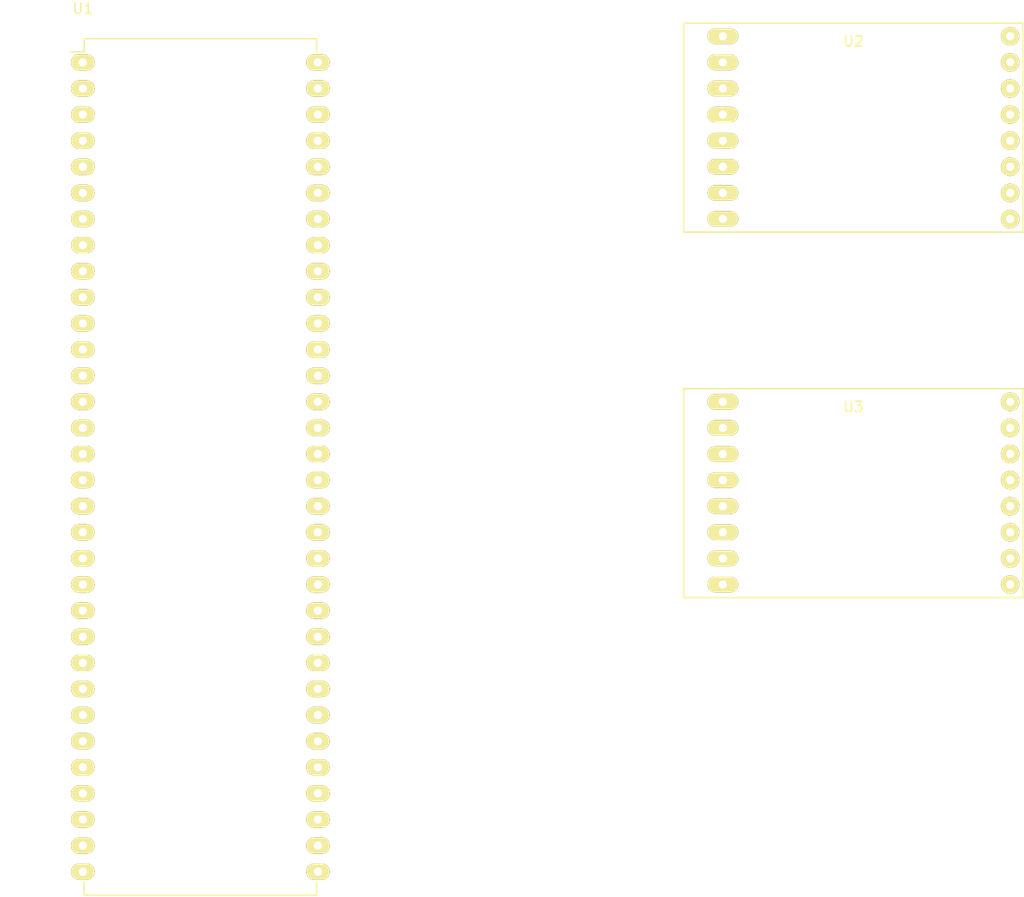
<source format=kicad_pcb>
(kicad_pcb (version 4) (host pcbnew 4.0.2+e4-6225~38~ubuntu15.10.1-stable)

  (general
    (links 0)
    (no_connects 0)
    (area 0 0 0 0)
    (thickness 1.6)
    (drawings 0)
    (tracks 0)
    (zones 0)
    (modules 3)
    (nets 97)
  )

  (page A4)
  (layers
    (0 F.Cu signal)
    (31 B.Cu signal)
    (32 B.Adhes user)
    (33 F.Adhes user)
    (34 B.Paste user)
    (35 F.Paste user)
    (36 B.SilkS user)
    (37 F.SilkS user)
    (38 B.Mask user)
    (39 F.Mask user)
    (40 Dwgs.User user)
    (41 Cmts.User user)
    (42 Eco1.User user)
    (43 Eco2.User user)
    (44 Edge.Cuts user)
    (45 Margin user)
    (46 B.CrtYd user)
    (47 F.CrtYd user)
    (48 B.Fab user)
    (49 F.Fab user)
  )

  (setup
    (last_trace_width 0.25)
    (trace_clearance 0.2)
    (zone_clearance 0.508)
    (zone_45_only no)
    (trace_min 0.2)
    (segment_width 0.2)
    (edge_width 0.15)
    (via_size 0.6)
    (via_drill 0.4)
    (via_min_size 0.4)
    (via_min_drill 0.3)
    (uvia_size 0.3)
    (uvia_drill 0.1)
    (uvias_allowed no)
    (uvia_min_size 0.2)
    (uvia_min_drill 0.1)
    (pcb_text_width 0.3)
    (pcb_text_size 1.5 1.5)
    (mod_edge_width 0.15)
    (mod_text_size 1 1)
    (mod_text_width 0.15)
    (pad_size 1.524 1.524)
    (pad_drill 0.762)
    (pad_to_mask_clearance 0.2)
    (aux_axis_origin 0 0)
    (visible_elements FFFFFF7F)
    (pcbplotparams
      (layerselection 0x00030_80000001)
      (usegerberextensions false)
      (excludeedgelayer true)
      (linewidth 0.100000)
      (plotframeref false)
      (viasonmask false)
      (mode 1)
      (useauxorigin false)
      (hpglpennumber 1)
      (hpglpenspeed 20)
      (hpglpendiameter 15)
      (hpglpenoverlay 2)
      (psnegative false)
      (psa4output false)
      (plotreference true)
      (plotvalue true)
      (plotinvisibletext false)
      (padsonsilk false)
      (subtractmaskfromsilk false)
      (outputformat 1)
      (mirror false)
      (drillshape 1)
      (scaleselection 1)
      (outputdirectory ""))
  )

  (net 0 "")
  (net 1 "Net-(U1-Pad1)")
  (net 2 "Net-(U1-Pad2)")
  (net 3 "Net-(U1-Pad3)")
  (net 4 "Net-(U1-Pad4)")
  (net 5 "Net-(U1-Pad5)")
  (net 6 "Net-(U1-Pad6)")
  (net 7 "Net-(U1-Pad7)")
  (net 8 "Net-(U1-Pad8)")
  (net 9 "Net-(U1-Pad9)")
  (net 10 "Net-(U1-Pad10)")
  (net 11 "Net-(U1-Pad11)")
  (net 12 "Net-(U1-Pad12)")
  (net 13 "Net-(U1-Pad13)")
  (net 14 "Net-(U1-Pad14)")
  (net 15 "Net-(U1-Pad15)")
  (net 16 "Net-(U1-Pad16)")
  (net 17 "Net-(U1-Pad17)")
  (net 18 "Net-(U1-Pad18)")
  (net 19 "Net-(U1-Pad19)")
  (net 20 "Net-(U1-Pad20)")
  (net 21 "Net-(U1-Pad21)")
  (net 22 "Net-(U1-Pad22)")
  (net 23 "Net-(U1-Pad23)")
  (net 24 "Net-(U1-Pad24)")
  (net 25 "Net-(U1-Pad25)")
  (net 26 "Net-(U1-Pad26)")
  (net 27 "Net-(U1-Pad27)")
  (net 28 "Net-(U1-Pad28)")
  (net 29 "Net-(U1-Pad29)")
  (net 30 "Net-(U1-Pad30)")
  (net 31 "Net-(U1-Pad31)")
  (net 32 "Net-(U1-Pad32)")
  (net 33 "Net-(U1-Pad33)")
  (net 34 "Net-(U1-Pad34)")
  (net 35 "Net-(U1-Pad35)")
  (net 36 "Net-(U1-Pad36)")
  (net 37 "Net-(U1-Pad37)")
  (net 38 "Net-(U1-Pad38)")
  (net 39 "Net-(U1-Pad39)")
  (net 40 "Net-(U1-Pad40)")
  (net 41 "Net-(U1-Pad41)")
  (net 42 "Net-(U1-Pad42)")
  (net 43 "Net-(U1-Pad43)")
  (net 44 "Net-(U1-Pad44)")
  (net 45 "Net-(U1-Pad45)")
  (net 46 "Net-(U1-Pad46)")
  (net 47 "Net-(U1-Pad47)")
  (net 48 "Net-(U1-Pad48)")
  (net 49 "Net-(U1-Pad49)")
  (net 50 "Net-(U1-Pad50)")
  (net 51 "Net-(U1-Pad51)")
  (net 52 "Net-(U1-Pad52)")
  (net 53 "Net-(U1-Pad53)")
  (net 54 "Net-(U1-Pad54)")
  (net 55 "Net-(U1-Pad55)")
  (net 56 "Net-(U1-Pad56)")
  (net 57 "Net-(U1-Pad57)")
  (net 58 "Net-(U1-Pad58)")
  (net 59 "Net-(U1-Pad59)")
  (net 60 "Net-(U1-Pad60)")
  (net 61 "Net-(U1-Pad61)")
  (net 62 "Net-(U1-Pad62)")
  (net 63 "Net-(U1-Pad63)")
  (net 64 "Net-(U1-Pad64)")
  (net 65 "Net-(U2-Pad1)")
  (net 66 "Net-(U2-Pad2)")
  (net 67 "Net-(U2-Pad3)")
  (net 68 "Net-(U2-Pad4)")
  (net 69 "Net-(U2-Pad5)")
  (net 70 "Net-(U2-Pad6)")
  (net 71 "Net-(U2-Pad7)")
  (net 72 "Net-(U2-Pad8)")
  (net 73 "Net-(U2-Pad9)")
  (net 74 "Net-(U2-Pad10)")
  (net 75 "Net-(U2-Pad12)")
  (net 76 "Net-(U2-Pad13)")
  (net 77 "Net-(U2-Pad14)")
  (net 78 "Net-(U2-Pad15)")
  (net 79 "Net-(U2-Pad16)")
  (net 80 "Net-(U3-Pad1)")
  (net 81 "Net-(U3-Pad2)")
  (net 82 "Net-(U3-Pad3)")
  (net 83 "Net-(U3-Pad4)")
  (net 84 "Net-(U3-Pad5)")
  (net 85 "Net-(U3-Pad6)")
  (net 86 "Net-(U3-Pad7)")
  (net 87 "Net-(U3-Pad8)")
  (net 88 "Net-(U3-Pad9)")
  (net 89 "Net-(U3-Pad10)")
  (net 90 "Net-(U3-Pad11)")
  (net 91 "Net-(U3-Pad12)")
  (net 92 "Net-(U3-Pad13)")
  (net 93 "Net-(U3-Pad14)")
  (net 94 "Net-(U3-Pad15)")
  (net 95 "Net-(U3-Pad16)")
  (net 96 "Net-(U2-Pad11)")

  (net_class Default "This is the default net class."
    (clearance 0.2)
    (trace_width 0.25)
    (via_dia 0.6)
    (via_drill 0.4)
    (uvia_dia 0.3)
    (uvia_drill 0.1)
    (add_net "Net-(U1-Pad1)")
    (add_net "Net-(U1-Pad10)")
    (add_net "Net-(U1-Pad11)")
    (add_net "Net-(U1-Pad12)")
    (add_net "Net-(U1-Pad13)")
    (add_net "Net-(U1-Pad14)")
    (add_net "Net-(U1-Pad15)")
    (add_net "Net-(U1-Pad16)")
    (add_net "Net-(U1-Pad17)")
    (add_net "Net-(U1-Pad18)")
    (add_net "Net-(U1-Pad19)")
    (add_net "Net-(U1-Pad2)")
    (add_net "Net-(U1-Pad20)")
    (add_net "Net-(U1-Pad21)")
    (add_net "Net-(U1-Pad22)")
    (add_net "Net-(U1-Pad23)")
    (add_net "Net-(U1-Pad24)")
    (add_net "Net-(U1-Pad25)")
    (add_net "Net-(U1-Pad26)")
    (add_net "Net-(U1-Pad27)")
    (add_net "Net-(U1-Pad28)")
    (add_net "Net-(U1-Pad29)")
    (add_net "Net-(U1-Pad3)")
    (add_net "Net-(U1-Pad30)")
    (add_net "Net-(U1-Pad31)")
    (add_net "Net-(U1-Pad32)")
    (add_net "Net-(U1-Pad33)")
    (add_net "Net-(U1-Pad34)")
    (add_net "Net-(U1-Pad35)")
    (add_net "Net-(U1-Pad36)")
    (add_net "Net-(U1-Pad37)")
    (add_net "Net-(U1-Pad38)")
    (add_net "Net-(U1-Pad39)")
    (add_net "Net-(U1-Pad4)")
    (add_net "Net-(U1-Pad40)")
    (add_net "Net-(U1-Pad41)")
    (add_net "Net-(U1-Pad42)")
    (add_net "Net-(U1-Pad43)")
    (add_net "Net-(U1-Pad44)")
    (add_net "Net-(U1-Pad45)")
    (add_net "Net-(U1-Pad46)")
    (add_net "Net-(U1-Pad47)")
    (add_net "Net-(U1-Pad48)")
    (add_net "Net-(U1-Pad49)")
    (add_net "Net-(U1-Pad5)")
    (add_net "Net-(U1-Pad50)")
    (add_net "Net-(U1-Pad51)")
    (add_net "Net-(U1-Pad52)")
    (add_net "Net-(U1-Pad53)")
    (add_net "Net-(U1-Pad54)")
    (add_net "Net-(U1-Pad55)")
    (add_net "Net-(U1-Pad56)")
    (add_net "Net-(U1-Pad57)")
    (add_net "Net-(U1-Pad58)")
    (add_net "Net-(U1-Pad59)")
    (add_net "Net-(U1-Pad6)")
    (add_net "Net-(U1-Pad60)")
    (add_net "Net-(U1-Pad61)")
    (add_net "Net-(U1-Pad62)")
    (add_net "Net-(U1-Pad63)")
    (add_net "Net-(U1-Pad64)")
    (add_net "Net-(U1-Pad7)")
    (add_net "Net-(U1-Pad8)")
    (add_net "Net-(U1-Pad9)")
    (add_net "Net-(U2-Pad1)")
    (add_net "Net-(U2-Pad10)")
    (add_net "Net-(U2-Pad11)")
    (add_net "Net-(U2-Pad12)")
    (add_net "Net-(U2-Pad13)")
    (add_net "Net-(U2-Pad14)")
    (add_net "Net-(U2-Pad15)")
    (add_net "Net-(U2-Pad16)")
    (add_net "Net-(U2-Pad2)")
    (add_net "Net-(U2-Pad3)")
    (add_net "Net-(U2-Pad4)")
    (add_net "Net-(U2-Pad5)")
    (add_net "Net-(U2-Pad6)")
    (add_net "Net-(U2-Pad7)")
    (add_net "Net-(U2-Pad8)")
    (add_net "Net-(U2-Pad9)")
    (add_net "Net-(U3-Pad1)")
    (add_net "Net-(U3-Pad10)")
    (add_net "Net-(U3-Pad11)")
    (add_net "Net-(U3-Pad12)")
    (add_net "Net-(U3-Pad13)")
    (add_net "Net-(U3-Pad14)")
    (add_net "Net-(U3-Pad15)")
    (add_net "Net-(U3-Pad16)")
    (add_net "Net-(U3-Pad2)")
    (add_net "Net-(U3-Pad3)")
    (add_net "Net-(U3-Pad4)")
    (add_net "Net-(U3-Pad5)")
    (add_net "Net-(U3-Pad6)")
    (add_net "Net-(U3-Pad7)")
    (add_net "Net-(U3-Pad8)")
    (add_net "Net-(U3-Pad9)")
  )

  (module Housings_DIP:DIP-64_W22.86mm_LongPads (layer F.Cu) (tedit 54130A77) (tstamp 5796FEB1)
    (at 74.93 60.96)
    (descr "64-lead dip package, row spacing 22.86 mm (900 mils), longer pads")
    (tags "dil dip 2.54 900")
    (path /5797049D)
    (fp_text reference U1 (at 0 -5.22) (layer F.SilkS)
      (effects (font (size 1 1) (thickness 0.15)))
    )
    (fp_text value socket_leon_x3_dil64 (at 0 -3.72) (layer F.Fab)
      (effects (font (size 1 1) (thickness 0.15)))
    )
    (fp_line (start -1.4 -2.45) (end -1.4 81.2) (layer F.CrtYd) (width 0.05))
    (fp_line (start 24.25 -2.45) (end 24.25 81.2) (layer F.CrtYd) (width 0.05))
    (fp_line (start -1.4 -2.45) (end 24.25 -2.45) (layer F.CrtYd) (width 0.05))
    (fp_line (start -1.4 81.2) (end 24.25 81.2) (layer F.CrtYd) (width 0.05))
    (fp_line (start 0.135 -2.295) (end 0.135 -1.025) (layer F.SilkS) (width 0.15))
    (fp_line (start 22.725 -2.295) (end 22.725 -1.025) (layer F.SilkS) (width 0.15))
    (fp_line (start 22.725 81.035) (end 22.725 79.765) (layer F.SilkS) (width 0.15))
    (fp_line (start 0.135 81.035) (end 0.135 79.765) (layer F.SilkS) (width 0.15))
    (fp_line (start 0.135 -2.295) (end 22.725 -2.295) (layer F.SilkS) (width 0.15))
    (fp_line (start 0.135 81.035) (end 22.725 81.035) (layer F.SilkS) (width 0.15))
    (fp_line (start 0.135 -1.025) (end -1.15 -1.025) (layer F.SilkS) (width 0.15))
    (pad 1 thru_hole oval (at 0 0) (size 2.3 1.6) (drill 0.8) (layers *.Cu *.Mask F.SilkS)
      (net 1 "Net-(U1-Pad1)"))
    (pad 2 thru_hole oval (at 0 2.54) (size 2.3 1.6) (drill 0.8) (layers *.Cu *.Mask F.SilkS)
      (net 2 "Net-(U1-Pad2)"))
    (pad 3 thru_hole oval (at 0 5.08) (size 2.3 1.6) (drill 0.8) (layers *.Cu *.Mask F.SilkS)
      (net 3 "Net-(U1-Pad3)"))
    (pad 4 thru_hole oval (at 0 7.62) (size 2.3 1.6) (drill 0.8) (layers *.Cu *.Mask F.SilkS)
      (net 4 "Net-(U1-Pad4)"))
    (pad 5 thru_hole oval (at 0 10.16) (size 2.3 1.6) (drill 0.8) (layers *.Cu *.Mask F.SilkS)
      (net 5 "Net-(U1-Pad5)"))
    (pad 6 thru_hole oval (at 0 12.7) (size 2.3 1.6) (drill 0.8) (layers *.Cu *.Mask F.SilkS)
      (net 6 "Net-(U1-Pad6)"))
    (pad 7 thru_hole oval (at 0 15.24) (size 2.3 1.6) (drill 0.8) (layers *.Cu *.Mask F.SilkS)
      (net 7 "Net-(U1-Pad7)"))
    (pad 8 thru_hole oval (at 0 17.78) (size 2.3 1.6) (drill 0.8) (layers *.Cu *.Mask F.SilkS)
      (net 8 "Net-(U1-Pad8)"))
    (pad 9 thru_hole oval (at 0 20.32) (size 2.3 1.6) (drill 0.8) (layers *.Cu *.Mask F.SilkS)
      (net 9 "Net-(U1-Pad9)"))
    (pad 10 thru_hole oval (at 0 22.86) (size 2.3 1.6) (drill 0.8) (layers *.Cu *.Mask F.SilkS)
      (net 10 "Net-(U1-Pad10)"))
    (pad 11 thru_hole oval (at 0 25.4) (size 2.3 1.6) (drill 0.8) (layers *.Cu *.Mask F.SilkS)
      (net 11 "Net-(U1-Pad11)"))
    (pad 12 thru_hole oval (at 0 27.94) (size 2.3 1.6) (drill 0.8) (layers *.Cu *.Mask F.SilkS)
      (net 12 "Net-(U1-Pad12)"))
    (pad 13 thru_hole oval (at 0 30.48) (size 2.3 1.6) (drill 0.8) (layers *.Cu *.Mask F.SilkS)
      (net 13 "Net-(U1-Pad13)"))
    (pad 14 thru_hole oval (at 0 33.02) (size 2.3 1.6) (drill 0.8) (layers *.Cu *.Mask F.SilkS)
      (net 14 "Net-(U1-Pad14)"))
    (pad 15 thru_hole oval (at 0 35.56) (size 2.3 1.6) (drill 0.8) (layers *.Cu *.Mask F.SilkS)
      (net 15 "Net-(U1-Pad15)"))
    (pad 16 thru_hole oval (at 0 38.1) (size 2.3 1.6) (drill 0.8) (layers *.Cu *.Mask F.SilkS)
      (net 16 "Net-(U1-Pad16)"))
    (pad 17 thru_hole oval (at 0 40.64) (size 2.3 1.6) (drill 0.8) (layers *.Cu *.Mask F.SilkS)
      (net 17 "Net-(U1-Pad17)"))
    (pad 18 thru_hole oval (at 0 43.18) (size 2.3 1.6) (drill 0.8) (layers *.Cu *.Mask F.SilkS)
      (net 18 "Net-(U1-Pad18)"))
    (pad 19 thru_hole oval (at 0 45.72) (size 2.3 1.6) (drill 0.8) (layers *.Cu *.Mask F.SilkS)
      (net 19 "Net-(U1-Pad19)"))
    (pad 20 thru_hole oval (at 0 48.26) (size 2.3 1.6) (drill 0.8) (layers *.Cu *.Mask F.SilkS)
      (net 20 "Net-(U1-Pad20)"))
    (pad 21 thru_hole oval (at 0 50.8) (size 2.3 1.6) (drill 0.8) (layers *.Cu *.Mask F.SilkS)
      (net 21 "Net-(U1-Pad21)"))
    (pad 22 thru_hole oval (at 0 53.34) (size 2.3 1.6) (drill 0.8) (layers *.Cu *.Mask F.SilkS)
      (net 22 "Net-(U1-Pad22)"))
    (pad 23 thru_hole oval (at 0 55.88) (size 2.3 1.6) (drill 0.8) (layers *.Cu *.Mask F.SilkS)
      (net 23 "Net-(U1-Pad23)"))
    (pad 24 thru_hole oval (at 0 58.42) (size 2.3 1.6) (drill 0.8) (layers *.Cu *.Mask F.SilkS)
      (net 24 "Net-(U1-Pad24)"))
    (pad 25 thru_hole oval (at 0 60.96) (size 2.3 1.6) (drill 0.8) (layers *.Cu *.Mask F.SilkS)
      (net 25 "Net-(U1-Pad25)"))
    (pad 26 thru_hole oval (at 0 63.5) (size 2.3 1.6) (drill 0.8) (layers *.Cu *.Mask F.SilkS)
      (net 26 "Net-(U1-Pad26)"))
    (pad 27 thru_hole oval (at 0 66.04) (size 2.3 1.6) (drill 0.8) (layers *.Cu *.Mask F.SilkS)
      (net 27 "Net-(U1-Pad27)"))
    (pad 28 thru_hole oval (at 0 68.58) (size 2.3 1.6) (drill 0.8) (layers *.Cu *.Mask F.SilkS)
      (net 28 "Net-(U1-Pad28)"))
    (pad 29 thru_hole oval (at 0 71.12) (size 2.3 1.6) (drill 0.8) (layers *.Cu *.Mask F.SilkS)
      (net 29 "Net-(U1-Pad29)"))
    (pad 30 thru_hole oval (at 0 73.66) (size 2.3 1.6) (drill 0.8) (layers *.Cu *.Mask F.SilkS)
      (net 30 "Net-(U1-Pad30)"))
    (pad 31 thru_hole oval (at 0 76.2) (size 2.3 1.6) (drill 0.8) (layers *.Cu *.Mask F.SilkS)
      (net 31 "Net-(U1-Pad31)"))
    (pad 32 thru_hole oval (at 0 78.74) (size 2.3 1.6) (drill 0.8) (layers *.Cu *.Mask F.SilkS)
      (net 32 "Net-(U1-Pad32)"))
    (pad 33 thru_hole oval (at 22.86 78.74) (size 2.3 1.6) (drill 0.8) (layers *.Cu *.Mask F.SilkS)
      (net 33 "Net-(U1-Pad33)"))
    (pad 34 thru_hole oval (at 22.86 76.2) (size 2.3 1.6) (drill 0.8) (layers *.Cu *.Mask F.SilkS)
      (net 34 "Net-(U1-Pad34)"))
    (pad 35 thru_hole oval (at 22.86 73.66) (size 2.3 1.6) (drill 0.8) (layers *.Cu *.Mask F.SilkS)
      (net 35 "Net-(U1-Pad35)"))
    (pad 36 thru_hole oval (at 22.86 71.12) (size 2.3 1.6) (drill 0.8) (layers *.Cu *.Mask F.SilkS)
      (net 36 "Net-(U1-Pad36)"))
    (pad 37 thru_hole oval (at 22.86 68.58) (size 2.3 1.6) (drill 0.8) (layers *.Cu *.Mask F.SilkS)
      (net 37 "Net-(U1-Pad37)"))
    (pad 38 thru_hole oval (at 22.86 66.04) (size 2.3 1.6) (drill 0.8) (layers *.Cu *.Mask F.SilkS)
      (net 38 "Net-(U1-Pad38)"))
    (pad 39 thru_hole oval (at 22.86 63.5) (size 2.3 1.6) (drill 0.8) (layers *.Cu *.Mask F.SilkS)
      (net 39 "Net-(U1-Pad39)"))
    (pad 40 thru_hole oval (at 22.86 60.96) (size 2.3 1.6) (drill 0.8) (layers *.Cu *.Mask F.SilkS)
      (net 40 "Net-(U1-Pad40)"))
    (pad 41 thru_hole oval (at 22.86 58.42) (size 2.3 1.6) (drill 0.8) (layers *.Cu *.Mask F.SilkS)
      (net 41 "Net-(U1-Pad41)"))
    (pad 42 thru_hole oval (at 22.86 55.88) (size 2.3 1.6) (drill 0.8) (layers *.Cu *.Mask F.SilkS)
      (net 42 "Net-(U1-Pad42)"))
    (pad 43 thru_hole oval (at 22.86 53.34) (size 2.3 1.6) (drill 0.8) (layers *.Cu *.Mask F.SilkS)
      (net 43 "Net-(U1-Pad43)"))
    (pad 44 thru_hole oval (at 22.86 50.8) (size 2.3 1.6) (drill 0.8) (layers *.Cu *.Mask F.SilkS)
      (net 44 "Net-(U1-Pad44)"))
    (pad 45 thru_hole oval (at 22.86 48.26) (size 2.3 1.6) (drill 0.8) (layers *.Cu *.Mask F.SilkS)
      (net 45 "Net-(U1-Pad45)"))
    (pad 46 thru_hole oval (at 22.86 45.72) (size 2.3 1.6) (drill 0.8) (layers *.Cu *.Mask F.SilkS)
      (net 46 "Net-(U1-Pad46)"))
    (pad 47 thru_hole oval (at 22.86 43.18) (size 2.3 1.6) (drill 0.8) (layers *.Cu *.Mask F.SilkS)
      (net 47 "Net-(U1-Pad47)"))
    (pad 48 thru_hole oval (at 22.86 40.64) (size 2.3 1.6) (drill 0.8) (layers *.Cu *.Mask F.SilkS)
      (net 48 "Net-(U1-Pad48)"))
    (pad 49 thru_hole oval (at 22.86 38.1) (size 2.3 1.6) (drill 0.8) (layers *.Cu *.Mask F.SilkS)
      (net 49 "Net-(U1-Pad49)"))
    (pad 50 thru_hole oval (at 22.86 35.56) (size 2.3 1.6) (drill 0.8) (layers *.Cu *.Mask F.SilkS)
      (net 50 "Net-(U1-Pad50)"))
    (pad 51 thru_hole oval (at 22.86 33.02) (size 2.3 1.6) (drill 0.8) (layers *.Cu *.Mask F.SilkS)
      (net 51 "Net-(U1-Pad51)"))
    (pad 52 thru_hole oval (at 22.86 30.48) (size 2.3 1.6) (drill 0.8) (layers *.Cu *.Mask F.SilkS)
      (net 52 "Net-(U1-Pad52)"))
    (pad 53 thru_hole oval (at 22.86 27.94) (size 2.3 1.6) (drill 0.8) (layers *.Cu *.Mask F.SilkS)
      (net 53 "Net-(U1-Pad53)"))
    (pad 54 thru_hole oval (at 22.86 25.4) (size 2.3 1.6) (drill 0.8) (layers *.Cu *.Mask F.SilkS)
      (net 54 "Net-(U1-Pad54)"))
    (pad 55 thru_hole oval (at 22.86 22.86) (size 2.3 1.6) (drill 0.8) (layers *.Cu *.Mask F.SilkS)
      (net 55 "Net-(U1-Pad55)"))
    (pad 56 thru_hole oval (at 22.86 20.32) (size 2.3 1.6) (drill 0.8) (layers *.Cu *.Mask F.SilkS)
      (net 56 "Net-(U1-Pad56)"))
    (pad 57 thru_hole oval (at 22.86 17.78) (size 2.3 1.6) (drill 0.8) (layers *.Cu *.Mask F.SilkS)
      (net 57 "Net-(U1-Pad57)"))
    (pad 58 thru_hole oval (at 22.86 15.24) (size 2.3 1.6) (drill 0.8) (layers *.Cu *.Mask F.SilkS)
      (net 58 "Net-(U1-Pad58)"))
    (pad 59 thru_hole oval (at 22.86 12.7) (size 2.3 1.6) (drill 0.8) (layers *.Cu *.Mask F.SilkS)
      (net 59 "Net-(U1-Pad59)"))
    (pad 60 thru_hole oval (at 22.86 10.16) (size 2.3 1.6) (drill 0.8) (layers *.Cu *.Mask F.SilkS)
      (net 60 "Net-(U1-Pad60)"))
    (pad 61 thru_hole oval (at 22.86 7.62) (size 2.3 1.6) (drill 0.8) (layers *.Cu *.Mask F.SilkS)
      (net 61 "Net-(U1-Pad61)"))
    (pad 62 thru_hole oval (at 22.86 5.08) (size 2.3 1.6) (drill 0.8) (layers *.Cu *.Mask F.SilkS)
      (net 62 "Net-(U1-Pad62)"))
    (pad 63 thru_hole oval (at 22.86 2.54) (size 2.3 1.6) (drill 0.8) (layers *.Cu *.Mask F.SilkS)
      (net 63 "Net-(U1-Pad63)"))
    (pad 64 thru_hole oval (at 22.86 0) (size 2.3 1.6) (drill 0.8) (layers *.Cu *.Mask F.SilkS)
      (net 64 "Net-(U1-Pad64)"))
    (model Housings_DIP.3dshapes/DIP-64_W22.86mm_LongPads.wrl
      (at (xyz 0 0 0))
      (scale (xyz 1 1 1))
      (rotate (xyz 0 0 0))
    )
  )

  (module bot_parts:pololu_24v12_dip (layer F.Cu) (tedit 579CA5B5) (tstamp 579CA704)
    (at 149.86 67.31)
    (path /579CA531)
    (fp_text reference U2 (at 0 -8.39) (layer F.SilkS)
      (effects (font (size 1 1) (thickness 0.15)))
    )
    (fp_text value socket_pololu_24v12 (at 0 8.39) (layer F.Fab)
      (effects (font (size 1 1) (thickness 0.15)))
    )
    (fp_line (start -16.51 -10.16) (end 16.51 -10.16) (layer F.SilkS) (width 0.15))
    (fp_line (start 16.51 -10.16) (end 16.51 10.16) (layer F.SilkS) (width 0.15))
    (fp_line (start 16.51 10.16) (end -16.51 10.16) (layer F.SilkS) (width 0.15))
    (fp_line (start -16.51 10.16) (end -16.51 -10.16) (layer F.SilkS) (width 0.15))
    (pad 1 thru_hole oval (at -12.7 -8.89) (size 3 1.524) (drill 0.8) (layers *.Cu *.Mask F.SilkS)
      (net 65 "Net-(U2-Pad1)"))
    (pad 2 thru_hole oval (at -12.7 -6.35) (size 3 1.524) (drill 0.8) (layers *.Cu *.Mask F.SilkS)
      (net 66 "Net-(U2-Pad2)"))
    (pad 3 thru_hole oval (at -12.7 -3.81) (size 3 1.524) (drill 0.8) (layers *.Cu *.Mask F.SilkS)
      (net 67 "Net-(U2-Pad3)"))
    (pad 4 thru_hole oval (at -12.7 -1.27) (size 3 1.524) (drill 0.8) (layers *.Cu *.Mask F.SilkS)
      (net 68 "Net-(U2-Pad4)"))
    (pad 5 thru_hole oval (at -12.7 1.27) (size 3 1.524) (drill 0.8) (layers *.Cu *.Mask F.SilkS)
      (net 69 "Net-(U2-Pad5)"))
    (pad 6 thru_hole oval (at -12.7 3.81) (size 3 1.524) (drill 0.8) (layers *.Cu *.Mask F.SilkS)
      (net 70 "Net-(U2-Pad6)"))
    (pad 7 thru_hole oval (at -12.7 6.35) (size 3 1.524) (drill 0.8) (layers *.Cu *.Mask F.SilkS)
      (net 71 "Net-(U2-Pad7)"))
    (pad 8 thru_hole oval (at -12.7 8.89) (size 3 1.524) (drill 0.8) (layers *.Cu *.Mask F.SilkS)
      (net 72 "Net-(U2-Pad8)"))
    (pad 9 thru_hole circle (at 15.24 8.89) (size 1.8 1.8) (drill 0.8) (layers *.Cu *.Mask F.SilkS)
      (net 73 "Net-(U2-Pad9)"))
    (pad 10 thru_hole circle (at 15.24 6.35) (size 1.8 1.8) (drill 0.8) (layers *.Cu *.Mask F.SilkS)
      (net 74 "Net-(U2-Pad10)"))
    (pad 11 thru_hole circle (at 15.24 3.81) (size 1.8 1.8) (drill 0.8) (layers *.Cu *.Mask F.SilkS)
      (net 96 "Net-(U2-Pad11)"))
    (pad 12 thru_hole circle (at 15.24 1.27) (size 1.8 1.8) (drill 0.8) (layers *.Cu *.Mask F.SilkS)
      (net 75 "Net-(U2-Pad12)"))
    (pad 13 thru_hole circle (at 15.24 -1.27) (size 1.8 1.8) (drill 0.8) (layers *.Cu *.Mask F.SilkS)
      (net 76 "Net-(U2-Pad13)"))
    (pad 14 thru_hole circle (at 15.24 -3.81) (size 1.8 1.8) (drill 0.8) (layers *.Cu *.Mask F.SilkS)
      (net 77 "Net-(U2-Pad14)"))
    (pad 15 thru_hole circle (at 15.24 -6.35) (size 1.8 1.8) (drill 0.8) (layers *.Cu *.Mask F.SilkS)
      (net 78 "Net-(U2-Pad15)"))
    (pad 16 thru_hole circle (at 15.24 -8.89) (size 1.8 1.8) (drill 0.8) (layers *.Cu *.Mask F.SilkS)
      (net 79 "Net-(U2-Pad16)"))
  )

  (module bot_parts:pololu_24v12_dip (layer F.Cu) (tedit 579CA5B5) (tstamp 579CA71C)
    (at 149.86 102.87)
    (path /579CA5E2)
    (fp_text reference U3 (at 0 -8.39) (layer F.SilkS)
      (effects (font (size 1 1) (thickness 0.15)))
    )
    (fp_text value socket_pololu_24v12 (at 0 8.39) (layer F.Fab)
      (effects (font (size 1 1) (thickness 0.15)))
    )
    (fp_line (start -16.51 -10.16) (end 16.51 -10.16) (layer F.SilkS) (width 0.15))
    (fp_line (start 16.51 -10.16) (end 16.51 10.16) (layer F.SilkS) (width 0.15))
    (fp_line (start 16.51 10.16) (end -16.51 10.16) (layer F.SilkS) (width 0.15))
    (fp_line (start -16.51 10.16) (end -16.51 -10.16) (layer F.SilkS) (width 0.15))
    (pad 1 thru_hole oval (at -12.7 -8.89) (size 3 1.524) (drill 0.8) (layers *.Cu *.Mask F.SilkS)
      (net 80 "Net-(U3-Pad1)"))
    (pad 2 thru_hole oval (at -12.7 -6.35) (size 3 1.524) (drill 0.8) (layers *.Cu *.Mask F.SilkS)
      (net 81 "Net-(U3-Pad2)"))
    (pad 3 thru_hole oval (at -12.7 -3.81) (size 3 1.524) (drill 0.8) (layers *.Cu *.Mask F.SilkS)
      (net 82 "Net-(U3-Pad3)"))
    (pad 4 thru_hole oval (at -12.7 -1.27) (size 3 1.524) (drill 0.8) (layers *.Cu *.Mask F.SilkS)
      (net 83 "Net-(U3-Pad4)"))
    (pad 5 thru_hole oval (at -12.7 1.27) (size 3 1.524) (drill 0.8) (layers *.Cu *.Mask F.SilkS)
      (net 84 "Net-(U3-Pad5)"))
    (pad 6 thru_hole oval (at -12.7 3.81) (size 3 1.524) (drill 0.8) (layers *.Cu *.Mask F.SilkS)
      (net 85 "Net-(U3-Pad6)"))
    (pad 7 thru_hole oval (at -12.7 6.35) (size 3 1.524) (drill 0.8) (layers *.Cu *.Mask F.SilkS)
      (net 86 "Net-(U3-Pad7)"))
    (pad 8 thru_hole oval (at -12.7 8.89) (size 3 1.524) (drill 0.8) (layers *.Cu *.Mask F.SilkS)
      (net 87 "Net-(U3-Pad8)"))
    (pad 9 thru_hole circle (at 15.24 8.89) (size 1.8 1.8) (drill 0.8) (layers *.Cu *.Mask F.SilkS)
      (net 88 "Net-(U3-Pad9)"))
    (pad 10 thru_hole circle (at 15.24 6.35) (size 1.8 1.8) (drill 0.8) (layers *.Cu *.Mask F.SilkS)
      (net 89 "Net-(U3-Pad10)"))
    (pad 11 thru_hole circle (at 15.24 3.81) (size 1.8 1.8) (drill 0.8) (layers *.Cu *.Mask F.SilkS)
      (net 90 "Net-(U3-Pad11)"))
    (pad 12 thru_hole circle (at 15.24 1.27) (size 1.8 1.8) (drill 0.8) (layers *.Cu *.Mask F.SilkS)
      (net 91 "Net-(U3-Pad12)"))
    (pad 13 thru_hole circle (at 15.24 -1.27) (size 1.8 1.8) (drill 0.8) (layers *.Cu *.Mask F.SilkS)
      (net 92 "Net-(U3-Pad13)"))
    (pad 14 thru_hole circle (at 15.24 -3.81) (size 1.8 1.8) (drill 0.8) (layers *.Cu *.Mask F.SilkS)
      (net 93 "Net-(U3-Pad14)"))
    (pad 15 thru_hole circle (at 15.24 -6.35) (size 1.8 1.8) (drill 0.8) (layers *.Cu *.Mask F.SilkS)
      (net 94 "Net-(U3-Pad15)"))
    (pad 16 thru_hole circle (at 15.24 -8.89) (size 1.8 1.8) (drill 0.8) (layers *.Cu *.Mask F.SilkS)
      (net 95 "Net-(U3-Pad16)"))
  )

)

</source>
